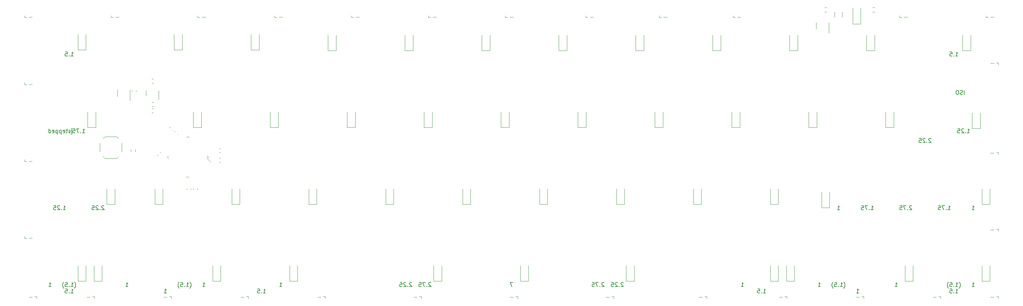
<source format=gbr>
%TF.GenerationSoftware,KiCad,Pcbnew,(7.0.0)*%
%TF.CreationDate,2023-11-21T21:36:59+01:00*%
%TF.ProjectId,forti proto,666f7274-6920-4707-926f-746f2e6b6963,rev?*%
%TF.SameCoordinates,Original*%
%TF.FileFunction,Legend,Bot*%
%TF.FilePolarity,Positive*%
%FSLAX46Y46*%
G04 Gerber Fmt 4.6, Leading zero omitted, Abs format (unit mm)*
G04 Created by KiCad (PCBNEW (7.0.0)) date 2023-11-21 21:36:59*
%MOMM*%
%LPD*%
G01*
G04 APERTURE LIST*
%ADD10C,0.150000*%
%ADD11C,0.120000*%
G04 APERTURE END LIST*
D10*
X41120181Y-62706250D02*
X41120181Y-64293750D01*
X150352082Y-100967380D02*
X149685416Y-100967380D01*
X149685416Y-100967380D02*
X150113987Y-101967380D01*
X249126189Y-82012619D02*
X249078570Y-81965000D01*
X249078570Y-81965000D02*
X248983332Y-81917380D01*
X248983332Y-81917380D02*
X248745237Y-81917380D01*
X248745237Y-81917380D02*
X248649999Y-81965000D01*
X248649999Y-81965000D02*
X248602380Y-82012619D01*
X248602380Y-82012619D02*
X248554761Y-82107857D01*
X248554761Y-82107857D02*
X248554761Y-82203095D01*
X248554761Y-82203095D02*
X248602380Y-82345952D01*
X248602380Y-82345952D02*
X249173808Y-82917380D01*
X249173808Y-82917380D02*
X248554761Y-82917380D01*
X248126189Y-82822142D02*
X248078570Y-82869761D01*
X248078570Y-82869761D02*
X248126189Y-82917380D01*
X248126189Y-82917380D02*
X248173808Y-82869761D01*
X248173808Y-82869761D02*
X248126189Y-82822142D01*
X248126189Y-82822142D02*
X248126189Y-82917380D01*
X247745237Y-81917380D02*
X247078571Y-81917380D01*
X247078571Y-81917380D02*
X247507142Y-82917380D01*
X246221428Y-81917380D02*
X246697618Y-81917380D01*
X246697618Y-81917380D02*
X246745237Y-82393571D01*
X246745237Y-82393571D02*
X246697618Y-82345952D01*
X246697618Y-82345952D02*
X246602380Y-82298333D01*
X246602380Y-82298333D02*
X246364285Y-82298333D01*
X246364285Y-82298333D02*
X246269047Y-82345952D01*
X246269047Y-82345952D02*
X246221428Y-82393571D01*
X246221428Y-82393571D02*
X246173809Y-82488809D01*
X246173809Y-82488809D02*
X246173809Y-82726904D01*
X246173809Y-82726904D02*
X246221428Y-82822142D01*
X246221428Y-82822142D02*
X246269047Y-82869761D01*
X246269047Y-82869761D02*
X246364285Y-82917380D01*
X246364285Y-82917380D02*
X246602380Y-82917380D01*
X246602380Y-82917380D02*
X246697618Y-82869761D01*
X246697618Y-82869761D02*
X246745237Y-82822142D01*
X130063689Y-101062619D02*
X130016070Y-101015000D01*
X130016070Y-101015000D02*
X129920832Y-100967380D01*
X129920832Y-100967380D02*
X129682737Y-100967380D01*
X129682737Y-100967380D02*
X129587499Y-101015000D01*
X129587499Y-101015000D02*
X129539880Y-101062619D01*
X129539880Y-101062619D02*
X129492261Y-101157857D01*
X129492261Y-101157857D02*
X129492261Y-101253095D01*
X129492261Y-101253095D02*
X129539880Y-101395952D01*
X129539880Y-101395952D02*
X130111308Y-101967380D01*
X130111308Y-101967380D02*
X129492261Y-101967380D01*
X129063689Y-101872142D02*
X129016070Y-101919761D01*
X129016070Y-101919761D02*
X129063689Y-101967380D01*
X129063689Y-101967380D02*
X129111308Y-101919761D01*
X129111308Y-101919761D02*
X129063689Y-101872142D01*
X129063689Y-101872142D02*
X129063689Y-101967380D01*
X128682737Y-100967380D02*
X128016071Y-100967380D01*
X128016071Y-100967380D02*
X128444642Y-101967380D01*
X127158928Y-100967380D02*
X127635118Y-100967380D01*
X127635118Y-100967380D02*
X127682737Y-101443571D01*
X127682737Y-101443571D02*
X127635118Y-101395952D01*
X127635118Y-101395952D02*
X127539880Y-101348333D01*
X127539880Y-101348333D02*
X127301785Y-101348333D01*
X127301785Y-101348333D02*
X127206547Y-101395952D01*
X127206547Y-101395952D02*
X127158928Y-101443571D01*
X127158928Y-101443571D02*
X127111309Y-101538809D01*
X127111309Y-101538809D02*
X127111309Y-101776904D01*
X127111309Y-101776904D02*
X127158928Y-101872142D01*
X127158928Y-101872142D02*
X127206547Y-101919761D01*
X127206547Y-101919761D02*
X127301785Y-101967380D01*
X127301785Y-101967380D02*
X127539880Y-101967380D01*
X127539880Y-101967380D02*
X127635118Y-101919761D01*
X127635118Y-101919761D02*
X127682737Y-101872142D01*
X70389583Y-102348333D02*
X70437202Y-102300714D01*
X70437202Y-102300714D02*
X70532440Y-102157857D01*
X70532440Y-102157857D02*
X70580059Y-102062619D01*
X70580059Y-102062619D02*
X70627678Y-101919761D01*
X70627678Y-101919761D02*
X70675297Y-101681666D01*
X70675297Y-101681666D02*
X70675297Y-101491190D01*
X70675297Y-101491190D02*
X70627678Y-101253095D01*
X70627678Y-101253095D02*
X70580059Y-101110238D01*
X70580059Y-101110238D02*
X70532440Y-101015000D01*
X70532440Y-101015000D02*
X70437202Y-100872142D01*
X70437202Y-100872142D02*
X70389583Y-100824523D01*
X69484821Y-101967380D02*
X70056249Y-101967380D01*
X69770535Y-101967380D02*
X69770535Y-100967380D01*
X69770535Y-100967380D02*
X69865773Y-101110238D01*
X69865773Y-101110238D02*
X69961011Y-101205476D01*
X69961011Y-101205476D02*
X70056249Y-101253095D01*
X69056249Y-101872142D02*
X69008630Y-101919761D01*
X69008630Y-101919761D02*
X69056249Y-101967380D01*
X69056249Y-101967380D02*
X69103868Y-101919761D01*
X69103868Y-101919761D02*
X69056249Y-101872142D01*
X69056249Y-101872142D02*
X69056249Y-101967380D01*
X68103869Y-100967380D02*
X68580059Y-100967380D01*
X68580059Y-100967380D02*
X68627678Y-101443571D01*
X68627678Y-101443571D02*
X68580059Y-101395952D01*
X68580059Y-101395952D02*
X68484821Y-101348333D01*
X68484821Y-101348333D02*
X68246726Y-101348333D01*
X68246726Y-101348333D02*
X68151488Y-101395952D01*
X68151488Y-101395952D02*
X68103869Y-101443571D01*
X68103869Y-101443571D02*
X68056250Y-101538809D01*
X68056250Y-101538809D02*
X68056250Y-101776904D01*
X68056250Y-101776904D02*
X68103869Y-101872142D01*
X68103869Y-101872142D02*
X68151488Y-101919761D01*
X68151488Y-101919761D02*
X68246726Y-101967380D01*
X68246726Y-101967380D02*
X68484821Y-101967380D01*
X68484821Y-101967380D02*
X68580059Y-101919761D01*
X68580059Y-101919761D02*
X68627678Y-101872142D01*
X67722916Y-102348333D02*
X67675297Y-102300714D01*
X67675297Y-102300714D02*
X67580059Y-102157857D01*
X67580059Y-102157857D02*
X67532440Y-102062619D01*
X67532440Y-102062619D02*
X67484821Y-101919761D01*
X67484821Y-101919761D02*
X67437202Y-101681666D01*
X67437202Y-101681666D02*
X67437202Y-101491190D01*
X67437202Y-101491190D02*
X67484821Y-101253095D01*
X67484821Y-101253095D02*
X67532440Y-101110238D01*
X67532440Y-101110238D02*
X67580059Y-101015000D01*
X67580059Y-101015000D02*
X67675297Y-100872142D01*
X67675297Y-100872142D02*
X67722916Y-100824523D01*
X41814583Y-102348333D02*
X41862202Y-102300714D01*
X41862202Y-102300714D02*
X41957440Y-102157857D01*
X41957440Y-102157857D02*
X42005059Y-102062619D01*
X42005059Y-102062619D02*
X42052678Y-101919761D01*
X42052678Y-101919761D02*
X42100297Y-101681666D01*
X42100297Y-101681666D02*
X42100297Y-101491190D01*
X42100297Y-101491190D02*
X42052678Y-101253095D01*
X42052678Y-101253095D02*
X42005059Y-101110238D01*
X42005059Y-101110238D02*
X41957440Y-101015000D01*
X41957440Y-101015000D02*
X41862202Y-100872142D01*
X41862202Y-100872142D02*
X41814583Y-100824523D01*
X40909821Y-101967380D02*
X41481249Y-101967380D01*
X41195535Y-101967380D02*
X41195535Y-100967380D01*
X41195535Y-100967380D02*
X41290773Y-101110238D01*
X41290773Y-101110238D02*
X41386011Y-101205476D01*
X41386011Y-101205476D02*
X41481249Y-101253095D01*
X40481249Y-101872142D02*
X40433630Y-101919761D01*
X40433630Y-101919761D02*
X40481249Y-101967380D01*
X40481249Y-101967380D02*
X40528868Y-101919761D01*
X40528868Y-101919761D02*
X40481249Y-101872142D01*
X40481249Y-101872142D02*
X40481249Y-101967380D01*
X39528869Y-100967380D02*
X40005059Y-100967380D01*
X40005059Y-100967380D02*
X40052678Y-101443571D01*
X40052678Y-101443571D02*
X40005059Y-101395952D01*
X40005059Y-101395952D02*
X39909821Y-101348333D01*
X39909821Y-101348333D02*
X39671726Y-101348333D01*
X39671726Y-101348333D02*
X39576488Y-101395952D01*
X39576488Y-101395952D02*
X39528869Y-101443571D01*
X39528869Y-101443571D02*
X39481250Y-101538809D01*
X39481250Y-101538809D02*
X39481250Y-101776904D01*
X39481250Y-101776904D02*
X39528869Y-101872142D01*
X39528869Y-101872142D02*
X39576488Y-101919761D01*
X39576488Y-101919761D02*
X39671726Y-101967380D01*
X39671726Y-101967380D02*
X39909821Y-101967380D01*
X39909821Y-101967380D02*
X40005059Y-101919761D01*
X40005059Y-101919761D02*
X40052678Y-101872142D01*
X39147916Y-102348333D02*
X39100297Y-102300714D01*
X39100297Y-102300714D02*
X39005059Y-102157857D01*
X39005059Y-102157857D02*
X38957440Y-102062619D01*
X38957440Y-102062619D02*
X38909821Y-101919761D01*
X38909821Y-101919761D02*
X38862202Y-101681666D01*
X38862202Y-101681666D02*
X38862202Y-101491190D01*
X38862202Y-101491190D02*
X38909821Y-101253095D01*
X38909821Y-101253095D02*
X38957440Y-101110238D01*
X38957440Y-101110238D02*
X39005059Y-101015000D01*
X39005059Y-101015000D02*
X39100297Y-100872142D01*
X39100297Y-100872142D02*
X39147916Y-100824523D01*
X264033035Y-101967380D02*
X264604463Y-101967380D01*
X264318749Y-101967380D02*
X264318749Y-100967380D01*
X264318749Y-100967380D02*
X264413987Y-101110238D01*
X264413987Y-101110238D02*
X264509225Y-101205476D01*
X264509225Y-101205476D02*
X264604463Y-101253095D01*
X260889583Y-102348333D02*
X260937202Y-102300714D01*
X260937202Y-102300714D02*
X261032440Y-102157857D01*
X261032440Y-102157857D02*
X261080059Y-102062619D01*
X261080059Y-102062619D02*
X261127678Y-101919761D01*
X261127678Y-101919761D02*
X261175297Y-101681666D01*
X261175297Y-101681666D02*
X261175297Y-101491190D01*
X261175297Y-101491190D02*
X261127678Y-101253095D01*
X261127678Y-101253095D02*
X261080059Y-101110238D01*
X261080059Y-101110238D02*
X261032440Y-101015000D01*
X261032440Y-101015000D02*
X260937202Y-100872142D01*
X260937202Y-100872142D02*
X260889583Y-100824523D01*
X259984821Y-101967380D02*
X260556249Y-101967380D01*
X260270535Y-101967380D02*
X260270535Y-100967380D01*
X260270535Y-100967380D02*
X260365773Y-101110238D01*
X260365773Y-101110238D02*
X260461011Y-101205476D01*
X260461011Y-101205476D02*
X260556249Y-101253095D01*
X259556249Y-101872142D02*
X259508630Y-101919761D01*
X259508630Y-101919761D02*
X259556249Y-101967380D01*
X259556249Y-101967380D02*
X259603868Y-101919761D01*
X259603868Y-101919761D02*
X259556249Y-101872142D01*
X259556249Y-101872142D02*
X259556249Y-101967380D01*
X258603869Y-100967380D02*
X259080059Y-100967380D01*
X259080059Y-100967380D02*
X259127678Y-101443571D01*
X259127678Y-101443571D02*
X259080059Y-101395952D01*
X259080059Y-101395952D02*
X258984821Y-101348333D01*
X258984821Y-101348333D02*
X258746726Y-101348333D01*
X258746726Y-101348333D02*
X258651488Y-101395952D01*
X258651488Y-101395952D02*
X258603869Y-101443571D01*
X258603869Y-101443571D02*
X258556250Y-101538809D01*
X258556250Y-101538809D02*
X258556250Y-101776904D01*
X258556250Y-101776904D02*
X258603869Y-101872142D01*
X258603869Y-101872142D02*
X258651488Y-101919761D01*
X258651488Y-101919761D02*
X258746726Y-101967380D01*
X258746726Y-101967380D02*
X258984821Y-101967380D01*
X258984821Y-101967380D02*
X259080059Y-101919761D01*
X259080059Y-101919761D02*
X259127678Y-101872142D01*
X258222916Y-102348333D02*
X258175297Y-102300714D01*
X258175297Y-102300714D02*
X258080059Y-102157857D01*
X258080059Y-102157857D02*
X258032440Y-102062619D01*
X258032440Y-102062619D02*
X257984821Y-101919761D01*
X257984821Y-101919761D02*
X257937202Y-101681666D01*
X257937202Y-101681666D02*
X257937202Y-101491190D01*
X257937202Y-101491190D02*
X257984821Y-101253095D01*
X257984821Y-101253095D02*
X258032440Y-101110238D01*
X258032440Y-101110238D02*
X258080059Y-101015000D01*
X258080059Y-101015000D02*
X258175297Y-100872142D01*
X258175297Y-100872142D02*
X258222916Y-100824523D01*
X49101189Y-82012619D02*
X49053570Y-81965000D01*
X49053570Y-81965000D02*
X48958332Y-81917380D01*
X48958332Y-81917380D02*
X48720237Y-81917380D01*
X48720237Y-81917380D02*
X48624999Y-81965000D01*
X48624999Y-81965000D02*
X48577380Y-82012619D01*
X48577380Y-82012619D02*
X48529761Y-82107857D01*
X48529761Y-82107857D02*
X48529761Y-82203095D01*
X48529761Y-82203095D02*
X48577380Y-82345952D01*
X48577380Y-82345952D02*
X49148808Y-82917380D01*
X49148808Y-82917380D02*
X48529761Y-82917380D01*
X48101189Y-82822142D02*
X48053570Y-82869761D01*
X48053570Y-82869761D02*
X48101189Y-82917380D01*
X48101189Y-82917380D02*
X48148808Y-82869761D01*
X48148808Y-82869761D02*
X48101189Y-82822142D01*
X48101189Y-82822142D02*
X48101189Y-82917380D01*
X47672618Y-82012619D02*
X47624999Y-81965000D01*
X47624999Y-81965000D02*
X47529761Y-81917380D01*
X47529761Y-81917380D02*
X47291666Y-81917380D01*
X47291666Y-81917380D02*
X47196428Y-81965000D01*
X47196428Y-81965000D02*
X47148809Y-82012619D01*
X47148809Y-82012619D02*
X47101190Y-82107857D01*
X47101190Y-82107857D02*
X47101190Y-82203095D01*
X47101190Y-82203095D02*
X47148809Y-82345952D01*
X47148809Y-82345952D02*
X47720237Y-82917380D01*
X47720237Y-82917380D02*
X47101190Y-82917380D01*
X46196428Y-81917380D02*
X46672618Y-81917380D01*
X46672618Y-81917380D02*
X46720237Y-82393571D01*
X46720237Y-82393571D02*
X46672618Y-82345952D01*
X46672618Y-82345952D02*
X46577380Y-82298333D01*
X46577380Y-82298333D02*
X46339285Y-82298333D01*
X46339285Y-82298333D02*
X46244047Y-82345952D01*
X46244047Y-82345952D02*
X46196428Y-82393571D01*
X46196428Y-82393571D02*
X46148809Y-82488809D01*
X46148809Y-82488809D02*
X46148809Y-82726904D01*
X46148809Y-82726904D02*
X46196428Y-82822142D01*
X46196428Y-82822142D02*
X46244047Y-82869761D01*
X46244047Y-82869761D02*
X46339285Y-82917380D01*
X46339285Y-82917380D02*
X46577380Y-82917380D01*
X46577380Y-82917380D02*
X46672618Y-82869761D01*
X46672618Y-82869761D02*
X46720237Y-82822142D01*
X35433035Y-101967380D02*
X36004463Y-101967380D01*
X35718749Y-101967380D02*
X35718749Y-100967380D01*
X35718749Y-100967380D02*
X35813987Y-101110238D01*
X35813987Y-101110238D02*
X35909225Y-101205476D01*
X35909225Y-101205476D02*
X36004463Y-101253095D01*
X125301189Y-101062619D02*
X125253570Y-101015000D01*
X125253570Y-101015000D02*
X125158332Y-100967380D01*
X125158332Y-100967380D02*
X124920237Y-100967380D01*
X124920237Y-100967380D02*
X124824999Y-101015000D01*
X124824999Y-101015000D02*
X124777380Y-101062619D01*
X124777380Y-101062619D02*
X124729761Y-101157857D01*
X124729761Y-101157857D02*
X124729761Y-101253095D01*
X124729761Y-101253095D02*
X124777380Y-101395952D01*
X124777380Y-101395952D02*
X125348808Y-101967380D01*
X125348808Y-101967380D02*
X124729761Y-101967380D01*
X124301189Y-101872142D02*
X124253570Y-101919761D01*
X124253570Y-101919761D02*
X124301189Y-101967380D01*
X124301189Y-101967380D02*
X124348808Y-101919761D01*
X124348808Y-101919761D02*
X124301189Y-101872142D01*
X124301189Y-101872142D02*
X124301189Y-101967380D01*
X123872618Y-101062619D02*
X123824999Y-101015000D01*
X123824999Y-101015000D02*
X123729761Y-100967380D01*
X123729761Y-100967380D02*
X123491666Y-100967380D01*
X123491666Y-100967380D02*
X123396428Y-101015000D01*
X123396428Y-101015000D02*
X123348809Y-101062619D01*
X123348809Y-101062619D02*
X123301190Y-101157857D01*
X123301190Y-101157857D02*
X123301190Y-101253095D01*
X123301190Y-101253095D02*
X123348809Y-101395952D01*
X123348809Y-101395952D02*
X123920237Y-101967380D01*
X123920237Y-101967380D02*
X123301190Y-101967380D01*
X122396428Y-100967380D02*
X122872618Y-100967380D01*
X122872618Y-100967380D02*
X122920237Y-101443571D01*
X122920237Y-101443571D02*
X122872618Y-101395952D01*
X122872618Y-101395952D02*
X122777380Y-101348333D01*
X122777380Y-101348333D02*
X122539285Y-101348333D01*
X122539285Y-101348333D02*
X122444047Y-101395952D01*
X122444047Y-101395952D02*
X122396428Y-101443571D01*
X122396428Y-101443571D02*
X122348809Y-101538809D01*
X122348809Y-101538809D02*
X122348809Y-101776904D01*
X122348809Y-101776904D02*
X122396428Y-101872142D01*
X122396428Y-101872142D02*
X122444047Y-101919761D01*
X122444047Y-101919761D02*
X122539285Y-101967380D01*
X122539285Y-101967380D02*
X122777380Y-101967380D01*
X122777380Y-101967380D02*
X122872618Y-101919761D01*
X122872618Y-101919761D02*
X122920237Y-101872142D01*
X262143749Y-54342380D02*
X262143749Y-53342380D01*
X261715178Y-54294761D02*
X261572321Y-54342380D01*
X261572321Y-54342380D02*
X261334226Y-54342380D01*
X261334226Y-54342380D02*
X261238988Y-54294761D01*
X261238988Y-54294761D02*
X261191369Y-54247142D01*
X261191369Y-54247142D02*
X261143750Y-54151904D01*
X261143750Y-54151904D02*
X261143750Y-54056666D01*
X261143750Y-54056666D02*
X261191369Y-53961428D01*
X261191369Y-53961428D02*
X261238988Y-53913809D01*
X261238988Y-53913809D02*
X261334226Y-53866190D01*
X261334226Y-53866190D02*
X261524702Y-53818571D01*
X261524702Y-53818571D02*
X261619940Y-53770952D01*
X261619940Y-53770952D02*
X261667559Y-53723333D01*
X261667559Y-53723333D02*
X261715178Y-53628095D01*
X261715178Y-53628095D02*
X261715178Y-53532857D01*
X261715178Y-53532857D02*
X261667559Y-53437619D01*
X261667559Y-53437619D02*
X261619940Y-53390000D01*
X261619940Y-53390000D02*
X261524702Y-53342380D01*
X261524702Y-53342380D02*
X261286607Y-53342380D01*
X261286607Y-53342380D02*
X261143750Y-53390000D01*
X260524702Y-53342380D02*
X260334226Y-53342380D01*
X260334226Y-53342380D02*
X260238988Y-53390000D01*
X260238988Y-53390000D02*
X260143750Y-53485238D01*
X260143750Y-53485238D02*
X260096131Y-53675714D01*
X260096131Y-53675714D02*
X260096131Y-54009047D01*
X260096131Y-54009047D02*
X260143750Y-54199523D01*
X260143750Y-54199523D02*
X260238988Y-54294761D01*
X260238988Y-54294761D02*
X260334226Y-54342380D01*
X260334226Y-54342380D02*
X260524702Y-54342380D01*
X260524702Y-54342380D02*
X260619940Y-54294761D01*
X260619940Y-54294761D02*
X260715178Y-54199523D01*
X260715178Y-54199523D02*
X260762797Y-54009047D01*
X260762797Y-54009047D02*
X260762797Y-53675714D01*
X260762797Y-53675714D02*
X260715178Y-53485238D01*
X260715178Y-53485238D02*
X260619940Y-53390000D01*
X260619940Y-53390000D02*
X260524702Y-53342380D01*
X39004761Y-82917380D02*
X39576189Y-82917380D01*
X39290475Y-82917380D02*
X39290475Y-81917380D01*
X39290475Y-81917380D02*
X39385713Y-82060238D01*
X39385713Y-82060238D02*
X39480951Y-82155476D01*
X39480951Y-82155476D02*
X39576189Y-82203095D01*
X38576189Y-82822142D02*
X38528570Y-82869761D01*
X38528570Y-82869761D02*
X38576189Y-82917380D01*
X38576189Y-82917380D02*
X38623808Y-82869761D01*
X38623808Y-82869761D02*
X38576189Y-82822142D01*
X38576189Y-82822142D02*
X38576189Y-82917380D01*
X38147618Y-82012619D02*
X38099999Y-81965000D01*
X38099999Y-81965000D02*
X38004761Y-81917380D01*
X38004761Y-81917380D02*
X37766666Y-81917380D01*
X37766666Y-81917380D02*
X37671428Y-81965000D01*
X37671428Y-81965000D02*
X37623809Y-82012619D01*
X37623809Y-82012619D02*
X37576190Y-82107857D01*
X37576190Y-82107857D02*
X37576190Y-82203095D01*
X37576190Y-82203095D02*
X37623809Y-82345952D01*
X37623809Y-82345952D02*
X38195237Y-82917380D01*
X38195237Y-82917380D02*
X37576190Y-82917380D01*
X36671428Y-81917380D02*
X37147618Y-81917380D01*
X37147618Y-81917380D02*
X37195237Y-82393571D01*
X37195237Y-82393571D02*
X37147618Y-82345952D01*
X37147618Y-82345952D02*
X37052380Y-82298333D01*
X37052380Y-82298333D02*
X36814285Y-82298333D01*
X36814285Y-82298333D02*
X36719047Y-82345952D01*
X36719047Y-82345952D02*
X36671428Y-82393571D01*
X36671428Y-82393571D02*
X36623809Y-82488809D01*
X36623809Y-82488809D02*
X36623809Y-82726904D01*
X36623809Y-82726904D02*
X36671428Y-82822142D01*
X36671428Y-82822142D02*
X36719047Y-82869761D01*
X36719047Y-82869761D02*
X36814285Y-82917380D01*
X36814285Y-82917380D02*
X37052380Y-82917380D01*
X37052380Y-82917380D02*
X37147618Y-82869761D01*
X37147618Y-82869761D02*
X37195237Y-82822142D01*
X232314583Y-102348333D02*
X232362202Y-102300714D01*
X232362202Y-102300714D02*
X232457440Y-102157857D01*
X232457440Y-102157857D02*
X232505059Y-102062619D01*
X232505059Y-102062619D02*
X232552678Y-101919761D01*
X232552678Y-101919761D02*
X232600297Y-101681666D01*
X232600297Y-101681666D02*
X232600297Y-101491190D01*
X232600297Y-101491190D02*
X232552678Y-101253095D01*
X232552678Y-101253095D02*
X232505059Y-101110238D01*
X232505059Y-101110238D02*
X232457440Y-101015000D01*
X232457440Y-101015000D02*
X232362202Y-100872142D01*
X232362202Y-100872142D02*
X232314583Y-100824523D01*
X231409821Y-101967380D02*
X231981249Y-101967380D01*
X231695535Y-101967380D02*
X231695535Y-100967380D01*
X231695535Y-100967380D02*
X231790773Y-101110238D01*
X231790773Y-101110238D02*
X231886011Y-101205476D01*
X231886011Y-101205476D02*
X231981249Y-101253095D01*
X230981249Y-101872142D02*
X230933630Y-101919761D01*
X230933630Y-101919761D02*
X230981249Y-101967380D01*
X230981249Y-101967380D02*
X231028868Y-101919761D01*
X231028868Y-101919761D02*
X230981249Y-101872142D01*
X230981249Y-101872142D02*
X230981249Y-101967380D01*
X230028869Y-100967380D02*
X230505059Y-100967380D01*
X230505059Y-100967380D02*
X230552678Y-101443571D01*
X230552678Y-101443571D02*
X230505059Y-101395952D01*
X230505059Y-101395952D02*
X230409821Y-101348333D01*
X230409821Y-101348333D02*
X230171726Y-101348333D01*
X230171726Y-101348333D02*
X230076488Y-101395952D01*
X230076488Y-101395952D02*
X230028869Y-101443571D01*
X230028869Y-101443571D02*
X229981250Y-101538809D01*
X229981250Y-101538809D02*
X229981250Y-101776904D01*
X229981250Y-101776904D02*
X230028869Y-101872142D01*
X230028869Y-101872142D02*
X230076488Y-101919761D01*
X230076488Y-101919761D02*
X230171726Y-101967380D01*
X230171726Y-101967380D02*
X230409821Y-101967380D01*
X230409821Y-101967380D02*
X230505059Y-101919761D01*
X230505059Y-101919761D02*
X230552678Y-101872142D01*
X229647916Y-102348333D02*
X229600297Y-102300714D01*
X229600297Y-102300714D02*
X229505059Y-102157857D01*
X229505059Y-102157857D02*
X229457440Y-102062619D01*
X229457440Y-102062619D02*
X229409821Y-101919761D01*
X229409821Y-101919761D02*
X229362202Y-101681666D01*
X229362202Y-101681666D02*
X229362202Y-101491190D01*
X229362202Y-101491190D02*
X229409821Y-101253095D01*
X229409821Y-101253095D02*
X229457440Y-101110238D01*
X229457440Y-101110238D02*
X229505059Y-101015000D01*
X229505059Y-101015000D02*
X229600297Y-100872142D01*
X229600297Y-100872142D02*
X229647916Y-100824523D01*
X88534821Y-103554880D02*
X89106249Y-103554880D01*
X88820535Y-103554880D02*
X88820535Y-102554880D01*
X88820535Y-102554880D02*
X88915773Y-102697738D01*
X88915773Y-102697738D02*
X89011011Y-102792976D01*
X89011011Y-102792976D02*
X89106249Y-102840595D01*
X88106249Y-103459642D02*
X88058630Y-103507261D01*
X88058630Y-103507261D02*
X88106249Y-103554880D01*
X88106249Y-103554880D02*
X88153868Y-103507261D01*
X88153868Y-103507261D02*
X88106249Y-103459642D01*
X88106249Y-103459642D02*
X88106249Y-103554880D01*
X87153869Y-102554880D02*
X87630059Y-102554880D01*
X87630059Y-102554880D02*
X87677678Y-103031071D01*
X87677678Y-103031071D02*
X87630059Y-102983452D01*
X87630059Y-102983452D02*
X87534821Y-102935833D01*
X87534821Y-102935833D02*
X87296726Y-102935833D01*
X87296726Y-102935833D02*
X87201488Y-102983452D01*
X87201488Y-102983452D02*
X87153869Y-103031071D01*
X87153869Y-103031071D02*
X87106250Y-103126309D01*
X87106250Y-103126309D02*
X87106250Y-103364404D01*
X87106250Y-103364404D02*
X87153869Y-103459642D01*
X87153869Y-103459642D02*
X87201488Y-103507261D01*
X87201488Y-103507261D02*
X87296726Y-103554880D01*
X87296726Y-103554880D02*
X87534821Y-103554880D01*
X87534821Y-103554880D02*
X87630059Y-103507261D01*
X87630059Y-103507261D02*
X87677678Y-103459642D01*
X172926189Y-101062619D02*
X172878570Y-101015000D01*
X172878570Y-101015000D02*
X172783332Y-100967380D01*
X172783332Y-100967380D02*
X172545237Y-100967380D01*
X172545237Y-100967380D02*
X172449999Y-101015000D01*
X172449999Y-101015000D02*
X172402380Y-101062619D01*
X172402380Y-101062619D02*
X172354761Y-101157857D01*
X172354761Y-101157857D02*
X172354761Y-101253095D01*
X172354761Y-101253095D02*
X172402380Y-101395952D01*
X172402380Y-101395952D02*
X172973808Y-101967380D01*
X172973808Y-101967380D02*
X172354761Y-101967380D01*
X171926189Y-101872142D02*
X171878570Y-101919761D01*
X171878570Y-101919761D02*
X171926189Y-101967380D01*
X171926189Y-101967380D02*
X171973808Y-101919761D01*
X171973808Y-101919761D02*
X171926189Y-101872142D01*
X171926189Y-101872142D02*
X171926189Y-101967380D01*
X171545237Y-100967380D02*
X170878571Y-100967380D01*
X170878571Y-100967380D02*
X171307142Y-101967380D01*
X170021428Y-100967380D02*
X170497618Y-100967380D01*
X170497618Y-100967380D02*
X170545237Y-101443571D01*
X170545237Y-101443571D02*
X170497618Y-101395952D01*
X170497618Y-101395952D02*
X170402380Y-101348333D01*
X170402380Y-101348333D02*
X170164285Y-101348333D01*
X170164285Y-101348333D02*
X170069047Y-101395952D01*
X170069047Y-101395952D02*
X170021428Y-101443571D01*
X170021428Y-101443571D02*
X169973809Y-101538809D01*
X169973809Y-101538809D02*
X169973809Y-101776904D01*
X169973809Y-101776904D02*
X170021428Y-101872142D01*
X170021428Y-101872142D02*
X170069047Y-101919761D01*
X170069047Y-101919761D02*
X170164285Y-101967380D01*
X170164285Y-101967380D02*
X170402380Y-101967380D01*
X170402380Y-101967380D02*
X170497618Y-101919761D01*
X170497618Y-101919761D02*
X170545237Y-101872142D01*
X230695535Y-82917380D02*
X231266963Y-82917380D01*
X230981249Y-82917380D02*
X230981249Y-81917380D01*
X230981249Y-81917380D02*
X231076487Y-82060238D01*
X231076487Y-82060238D02*
X231171725Y-82155476D01*
X231171725Y-82155476D02*
X231266963Y-82203095D01*
X264033035Y-82917380D02*
X264604463Y-82917380D01*
X264318749Y-82917380D02*
X264318749Y-81917380D01*
X264318749Y-81917380D02*
X264413987Y-82060238D01*
X264413987Y-82060238D02*
X264509225Y-82155476D01*
X264509225Y-82155476D02*
X264604463Y-82203095D01*
X259984821Y-103554880D02*
X260556249Y-103554880D01*
X260270535Y-103554880D02*
X260270535Y-102554880D01*
X260270535Y-102554880D02*
X260365773Y-102697738D01*
X260365773Y-102697738D02*
X260461011Y-102792976D01*
X260461011Y-102792976D02*
X260556249Y-102840595D01*
X259556249Y-103459642D02*
X259508630Y-103507261D01*
X259508630Y-103507261D02*
X259556249Y-103554880D01*
X259556249Y-103554880D02*
X259603868Y-103507261D01*
X259603868Y-103507261D02*
X259556249Y-103459642D01*
X259556249Y-103459642D02*
X259556249Y-103554880D01*
X258603869Y-102554880D02*
X259080059Y-102554880D01*
X259080059Y-102554880D02*
X259127678Y-103031071D01*
X259127678Y-103031071D02*
X259080059Y-102983452D01*
X259080059Y-102983452D02*
X258984821Y-102935833D01*
X258984821Y-102935833D02*
X258746726Y-102935833D01*
X258746726Y-102935833D02*
X258651488Y-102983452D01*
X258651488Y-102983452D02*
X258603869Y-103031071D01*
X258603869Y-103031071D02*
X258556250Y-103126309D01*
X258556250Y-103126309D02*
X258556250Y-103364404D01*
X258556250Y-103364404D02*
X258603869Y-103459642D01*
X258603869Y-103459642D02*
X258651488Y-103507261D01*
X258651488Y-103507261D02*
X258746726Y-103554880D01*
X258746726Y-103554880D02*
X258984821Y-103554880D01*
X258984821Y-103554880D02*
X259080059Y-103507261D01*
X259080059Y-103507261D02*
X259127678Y-103459642D01*
X258079761Y-82917380D02*
X258651189Y-82917380D01*
X258365475Y-82917380D02*
X258365475Y-81917380D01*
X258365475Y-81917380D02*
X258460713Y-82060238D01*
X258460713Y-82060238D02*
X258555951Y-82155476D01*
X258555951Y-82155476D02*
X258651189Y-82203095D01*
X257651189Y-82822142D02*
X257603570Y-82869761D01*
X257603570Y-82869761D02*
X257651189Y-82917380D01*
X257651189Y-82917380D02*
X257698808Y-82869761D01*
X257698808Y-82869761D02*
X257651189Y-82822142D01*
X257651189Y-82822142D02*
X257651189Y-82917380D01*
X257270237Y-81917380D02*
X256603571Y-81917380D01*
X256603571Y-81917380D02*
X257032142Y-82917380D01*
X255746428Y-81917380D02*
X256222618Y-81917380D01*
X256222618Y-81917380D02*
X256270237Y-82393571D01*
X256270237Y-82393571D02*
X256222618Y-82345952D01*
X256222618Y-82345952D02*
X256127380Y-82298333D01*
X256127380Y-82298333D02*
X255889285Y-82298333D01*
X255889285Y-82298333D02*
X255794047Y-82345952D01*
X255794047Y-82345952D02*
X255746428Y-82393571D01*
X255746428Y-82393571D02*
X255698809Y-82488809D01*
X255698809Y-82488809D02*
X255698809Y-82726904D01*
X255698809Y-82726904D02*
X255746428Y-82822142D01*
X255746428Y-82822142D02*
X255794047Y-82869761D01*
X255794047Y-82869761D02*
X255889285Y-82917380D01*
X255889285Y-82917380D02*
X256127380Y-82917380D01*
X256127380Y-82917380D02*
X256222618Y-82869761D01*
X256222618Y-82869761D02*
X256270237Y-82822142D01*
X235458035Y-103554880D02*
X236029463Y-103554880D01*
X235743749Y-103554880D02*
X235743749Y-102554880D01*
X235743749Y-102554880D02*
X235838987Y-102697738D01*
X235838987Y-102697738D02*
X235934225Y-102792976D01*
X235934225Y-102792976D02*
X236029463Y-102840595D01*
X239029761Y-82917380D02*
X239601189Y-82917380D01*
X239315475Y-82917380D02*
X239315475Y-81917380D01*
X239315475Y-81917380D02*
X239410713Y-82060238D01*
X239410713Y-82060238D02*
X239505951Y-82155476D01*
X239505951Y-82155476D02*
X239601189Y-82203095D01*
X238601189Y-82822142D02*
X238553570Y-82869761D01*
X238553570Y-82869761D02*
X238601189Y-82917380D01*
X238601189Y-82917380D02*
X238648808Y-82869761D01*
X238648808Y-82869761D02*
X238601189Y-82822142D01*
X238601189Y-82822142D02*
X238601189Y-82917380D01*
X238220237Y-81917380D02*
X237553571Y-81917380D01*
X237553571Y-81917380D02*
X237982142Y-82917380D01*
X236696428Y-81917380D02*
X237172618Y-81917380D01*
X237172618Y-81917380D02*
X237220237Y-82393571D01*
X237220237Y-82393571D02*
X237172618Y-82345952D01*
X237172618Y-82345952D02*
X237077380Y-82298333D01*
X237077380Y-82298333D02*
X236839285Y-82298333D01*
X236839285Y-82298333D02*
X236744047Y-82345952D01*
X236744047Y-82345952D02*
X236696428Y-82393571D01*
X236696428Y-82393571D02*
X236648809Y-82488809D01*
X236648809Y-82488809D02*
X236648809Y-82726904D01*
X236648809Y-82726904D02*
X236696428Y-82822142D01*
X236696428Y-82822142D02*
X236744047Y-82869761D01*
X236744047Y-82869761D02*
X236839285Y-82917380D01*
X236839285Y-82917380D02*
X237077380Y-82917380D01*
X237077380Y-82917380D02*
X237172618Y-82869761D01*
X237172618Y-82869761D02*
X237220237Y-82822142D01*
X206883035Y-101967380D02*
X207454463Y-101967380D01*
X207168749Y-101967380D02*
X207168749Y-100967380D01*
X207168749Y-100967380D02*
X207263987Y-101110238D01*
X207263987Y-101110238D02*
X207359225Y-101205476D01*
X207359225Y-101205476D02*
X207454463Y-101253095D01*
X43767261Y-63867380D02*
X44338689Y-63867380D01*
X44052975Y-63867380D02*
X44052975Y-62867380D01*
X44052975Y-62867380D02*
X44148213Y-63010238D01*
X44148213Y-63010238D02*
X44243451Y-63105476D01*
X44243451Y-63105476D02*
X44338689Y-63153095D01*
X43338689Y-63772142D02*
X43291070Y-63819761D01*
X43291070Y-63819761D02*
X43338689Y-63867380D01*
X43338689Y-63867380D02*
X43386308Y-63819761D01*
X43386308Y-63819761D02*
X43338689Y-63772142D01*
X43338689Y-63772142D02*
X43338689Y-63867380D01*
X42957737Y-62867380D02*
X42291071Y-62867380D01*
X42291071Y-62867380D02*
X42719642Y-63867380D01*
X41433928Y-62867380D02*
X41910118Y-62867380D01*
X41910118Y-62867380D02*
X41957737Y-63343571D01*
X41957737Y-63343571D02*
X41910118Y-63295952D01*
X41910118Y-63295952D02*
X41814880Y-63248333D01*
X41814880Y-63248333D02*
X41576785Y-63248333D01*
X41576785Y-63248333D02*
X41481547Y-63295952D01*
X41481547Y-63295952D02*
X41433928Y-63343571D01*
X41433928Y-63343571D02*
X41386309Y-63438809D01*
X41386309Y-63438809D02*
X41386309Y-63676904D01*
X41386309Y-63676904D02*
X41433928Y-63772142D01*
X41433928Y-63772142D02*
X41481547Y-63819761D01*
X41481547Y-63819761D02*
X41576785Y-63867380D01*
X41576785Y-63867380D02*
X41814880Y-63867380D01*
X41814880Y-63867380D02*
X41910118Y-63819761D01*
X41910118Y-63819761D02*
X41957737Y-63772142D01*
X225933035Y-101967380D02*
X226504463Y-101967380D01*
X226218749Y-101967380D02*
X226218749Y-100967380D01*
X226218749Y-100967380D02*
X226313987Y-101110238D01*
X226313987Y-101110238D02*
X226409225Y-101205476D01*
X226409225Y-101205476D02*
X226504463Y-101253095D01*
X212359821Y-103554880D02*
X212931249Y-103554880D01*
X212645535Y-103554880D02*
X212645535Y-102554880D01*
X212645535Y-102554880D02*
X212740773Y-102697738D01*
X212740773Y-102697738D02*
X212836011Y-102792976D01*
X212836011Y-102792976D02*
X212931249Y-102840595D01*
X211931249Y-103459642D02*
X211883630Y-103507261D01*
X211883630Y-103507261D02*
X211931249Y-103554880D01*
X211931249Y-103554880D02*
X211978868Y-103507261D01*
X211978868Y-103507261D02*
X211931249Y-103459642D01*
X211931249Y-103459642D02*
X211931249Y-103554880D01*
X210978869Y-102554880D02*
X211455059Y-102554880D01*
X211455059Y-102554880D02*
X211502678Y-103031071D01*
X211502678Y-103031071D02*
X211455059Y-102983452D01*
X211455059Y-102983452D02*
X211359821Y-102935833D01*
X211359821Y-102935833D02*
X211121726Y-102935833D01*
X211121726Y-102935833D02*
X211026488Y-102983452D01*
X211026488Y-102983452D02*
X210978869Y-103031071D01*
X210978869Y-103031071D02*
X210931250Y-103126309D01*
X210931250Y-103126309D02*
X210931250Y-103364404D01*
X210931250Y-103364404D02*
X210978869Y-103459642D01*
X210978869Y-103459642D02*
X211026488Y-103507261D01*
X211026488Y-103507261D02*
X211121726Y-103554880D01*
X211121726Y-103554880D02*
X211359821Y-103554880D01*
X211359821Y-103554880D02*
X211455059Y-103507261D01*
X211455059Y-103507261D02*
X211502678Y-103459642D01*
X64008035Y-103554880D02*
X64579463Y-103554880D01*
X64293749Y-103554880D02*
X64293749Y-102554880D01*
X64293749Y-102554880D02*
X64388987Y-102697738D01*
X64388987Y-102697738D02*
X64484225Y-102792976D01*
X64484225Y-102792976D02*
X64579463Y-102840595D01*
X262842261Y-63867380D02*
X263413689Y-63867380D01*
X263127975Y-63867380D02*
X263127975Y-62867380D01*
X263127975Y-62867380D02*
X263223213Y-63010238D01*
X263223213Y-63010238D02*
X263318451Y-63105476D01*
X263318451Y-63105476D02*
X263413689Y-63153095D01*
X262413689Y-63772142D02*
X262366070Y-63819761D01*
X262366070Y-63819761D02*
X262413689Y-63867380D01*
X262413689Y-63867380D02*
X262461308Y-63819761D01*
X262461308Y-63819761D02*
X262413689Y-63772142D01*
X262413689Y-63772142D02*
X262413689Y-63867380D01*
X261985118Y-62962619D02*
X261937499Y-62915000D01*
X261937499Y-62915000D02*
X261842261Y-62867380D01*
X261842261Y-62867380D02*
X261604166Y-62867380D01*
X261604166Y-62867380D02*
X261508928Y-62915000D01*
X261508928Y-62915000D02*
X261461309Y-62962619D01*
X261461309Y-62962619D02*
X261413690Y-63057857D01*
X261413690Y-63057857D02*
X261413690Y-63153095D01*
X261413690Y-63153095D02*
X261461309Y-63295952D01*
X261461309Y-63295952D02*
X262032737Y-63867380D01*
X262032737Y-63867380D02*
X261413690Y-63867380D01*
X260508928Y-62867380D02*
X260985118Y-62867380D01*
X260985118Y-62867380D02*
X261032737Y-63343571D01*
X261032737Y-63343571D02*
X260985118Y-63295952D01*
X260985118Y-63295952D02*
X260889880Y-63248333D01*
X260889880Y-63248333D02*
X260651785Y-63248333D01*
X260651785Y-63248333D02*
X260556547Y-63295952D01*
X260556547Y-63295952D02*
X260508928Y-63343571D01*
X260508928Y-63343571D02*
X260461309Y-63438809D01*
X260461309Y-63438809D02*
X260461309Y-63676904D01*
X260461309Y-63676904D02*
X260508928Y-63772142D01*
X260508928Y-63772142D02*
X260556547Y-63819761D01*
X260556547Y-63819761D02*
X260651785Y-63867380D01*
X260651785Y-63867380D02*
X260889880Y-63867380D01*
X260889880Y-63867380D02*
X260985118Y-63819761D01*
X260985118Y-63819761D02*
X261032737Y-63772142D01*
X40909821Y-44817380D02*
X41481249Y-44817380D01*
X41195535Y-44817380D02*
X41195535Y-43817380D01*
X41195535Y-43817380D02*
X41290773Y-43960238D01*
X41290773Y-43960238D02*
X41386011Y-44055476D01*
X41386011Y-44055476D02*
X41481249Y-44103095D01*
X40481249Y-44722142D02*
X40433630Y-44769761D01*
X40433630Y-44769761D02*
X40481249Y-44817380D01*
X40481249Y-44817380D02*
X40528868Y-44769761D01*
X40528868Y-44769761D02*
X40481249Y-44722142D01*
X40481249Y-44722142D02*
X40481249Y-44817380D01*
X39528869Y-43817380D02*
X40005059Y-43817380D01*
X40005059Y-43817380D02*
X40052678Y-44293571D01*
X40052678Y-44293571D02*
X40005059Y-44245952D01*
X40005059Y-44245952D02*
X39909821Y-44198333D01*
X39909821Y-44198333D02*
X39671726Y-44198333D01*
X39671726Y-44198333D02*
X39576488Y-44245952D01*
X39576488Y-44245952D02*
X39528869Y-44293571D01*
X39528869Y-44293571D02*
X39481250Y-44388809D01*
X39481250Y-44388809D02*
X39481250Y-44626904D01*
X39481250Y-44626904D02*
X39528869Y-44722142D01*
X39528869Y-44722142D02*
X39576488Y-44769761D01*
X39576488Y-44769761D02*
X39671726Y-44817380D01*
X39671726Y-44817380D02*
X39909821Y-44817380D01*
X39909821Y-44817380D02*
X40005059Y-44769761D01*
X40005059Y-44769761D02*
X40052678Y-44722142D01*
X40814285Y-63819761D02*
X40719047Y-63867380D01*
X40719047Y-63867380D02*
X40528571Y-63867380D01*
X40528571Y-63867380D02*
X40433333Y-63819761D01*
X40433333Y-63819761D02*
X40385714Y-63724523D01*
X40385714Y-63724523D02*
X40385714Y-63676904D01*
X40385714Y-63676904D02*
X40433333Y-63581666D01*
X40433333Y-63581666D02*
X40528571Y-63534047D01*
X40528571Y-63534047D02*
X40671428Y-63534047D01*
X40671428Y-63534047D02*
X40766666Y-63486428D01*
X40766666Y-63486428D02*
X40814285Y-63391190D01*
X40814285Y-63391190D02*
X40814285Y-63343571D01*
X40814285Y-63343571D02*
X40766666Y-63248333D01*
X40766666Y-63248333D02*
X40671428Y-63200714D01*
X40671428Y-63200714D02*
X40528571Y-63200714D01*
X40528571Y-63200714D02*
X40433333Y-63248333D01*
X40099999Y-63200714D02*
X39719047Y-63200714D01*
X39957142Y-62867380D02*
X39957142Y-63724523D01*
X39957142Y-63724523D02*
X39909523Y-63819761D01*
X39909523Y-63819761D02*
X39814285Y-63867380D01*
X39814285Y-63867380D02*
X39719047Y-63867380D01*
X39004761Y-63819761D02*
X39099999Y-63867380D01*
X39099999Y-63867380D02*
X39290475Y-63867380D01*
X39290475Y-63867380D02*
X39385713Y-63819761D01*
X39385713Y-63819761D02*
X39433332Y-63724523D01*
X39433332Y-63724523D02*
X39433332Y-63343571D01*
X39433332Y-63343571D02*
X39385713Y-63248333D01*
X39385713Y-63248333D02*
X39290475Y-63200714D01*
X39290475Y-63200714D02*
X39099999Y-63200714D01*
X39099999Y-63200714D02*
X39004761Y-63248333D01*
X39004761Y-63248333D02*
X38957142Y-63343571D01*
X38957142Y-63343571D02*
X38957142Y-63438809D01*
X38957142Y-63438809D02*
X39433332Y-63534047D01*
X38528570Y-63200714D02*
X38528570Y-64200714D01*
X38528570Y-63248333D02*
X38433332Y-63200714D01*
X38433332Y-63200714D02*
X38242856Y-63200714D01*
X38242856Y-63200714D02*
X38147618Y-63248333D01*
X38147618Y-63248333D02*
X38099999Y-63295952D01*
X38099999Y-63295952D02*
X38052380Y-63391190D01*
X38052380Y-63391190D02*
X38052380Y-63676904D01*
X38052380Y-63676904D02*
X38099999Y-63772142D01*
X38099999Y-63772142D02*
X38147618Y-63819761D01*
X38147618Y-63819761D02*
X38242856Y-63867380D01*
X38242856Y-63867380D02*
X38433332Y-63867380D01*
X38433332Y-63867380D02*
X38528570Y-63819761D01*
X37623808Y-63200714D02*
X37623808Y-64200714D01*
X37623808Y-63248333D02*
X37528570Y-63200714D01*
X37528570Y-63200714D02*
X37338094Y-63200714D01*
X37338094Y-63200714D02*
X37242856Y-63248333D01*
X37242856Y-63248333D02*
X37195237Y-63295952D01*
X37195237Y-63295952D02*
X37147618Y-63391190D01*
X37147618Y-63391190D02*
X37147618Y-63676904D01*
X37147618Y-63676904D02*
X37195237Y-63772142D01*
X37195237Y-63772142D02*
X37242856Y-63819761D01*
X37242856Y-63819761D02*
X37338094Y-63867380D01*
X37338094Y-63867380D02*
X37528570Y-63867380D01*
X37528570Y-63867380D02*
X37623808Y-63819761D01*
X36338094Y-63819761D02*
X36433332Y-63867380D01*
X36433332Y-63867380D02*
X36623808Y-63867380D01*
X36623808Y-63867380D02*
X36719046Y-63819761D01*
X36719046Y-63819761D02*
X36766665Y-63724523D01*
X36766665Y-63724523D02*
X36766665Y-63343571D01*
X36766665Y-63343571D02*
X36719046Y-63248333D01*
X36719046Y-63248333D02*
X36623808Y-63200714D01*
X36623808Y-63200714D02*
X36433332Y-63200714D01*
X36433332Y-63200714D02*
X36338094Y-63248333D01*
X36338094Y-63248333D02*
X36290475Y-63343571D01*
X36290475Y-63343571D02*
X36290475Y-63438809D01*
X36290475Y-63438809D02*
X36766665Y-63534047D01*
X35433332Y-63867380D02*
X35433332Y-62867380D01*
X35433332Y-63819761D02*
X35528570Y-63867380D01*
X35528570Y-63867380D02*
X35719046Y-63867380D01*
X35719046Y-63867380D02*
X35814284Y-63819761D01*
X35814284Y-63819761D02*
X35861903Y-63772142D01*
X35861903Y-63772142D02*
X35909522Y-63676904D01*
X35909522Y-63676904D02*
X35909522Y-63391190D01*
X35909522Y-63391190D02*
X35861903Y-63295952D01*
X35861903Y-63295952D02*
X35814284Y-63248333D01*
X35814284Y-63248333D02*
X35719046Y-63200714D01*
X35719046Y-63200714D02*
X35528570Y-63200714D01*
X35528570Y-63200714D02*
X35433332Y-63248333D01*
X259984821Y-44817380D02*
X260556249Y-44817380D01*
X260270535Y-44817380D02*
X260270535Y-43817380D01*
X260270535Y-43817380D02*
X260365773Y-43960238D01*
X260365773Y-43960238D02*
X260461011Y-44055476D01*
X260461011Y-44055476D02*
X260556249Y-44103095D01*
X259556249Y-44722142D02*
X259508630Y-44769761D01*
X259508630Y-44769761D02*
X259556249Y-44817380D01*
X259556249Y-44817380D02*
X259603868Y-44769761D01*
X259603868Y-44769761D02*
X259556249Y-44722142D01*
X259556249Y-44722142D02*
X259556249Y-44817380D01*
X258603869Y-43817380D02*
X259080059Y-43817380D01*
X259080059Y-43817380D02*
X259127678Y-44293571D01*
X259127678Y-44293571D02*
X259080059Y-44245952D01*
X259080059Y-44245952D02*
X258984821Y-44198333D01*
X258984821Y-44198333D02*
X258746726Y-44198333D01*
X258746726Y-44198333D02*
X258651488Y-44245952D01*
X258651488Y-44245952D02*
X258603869Y-44293571D01*
X258603869Y-44293571D02*
X258556250Y-44388809D01*
X258556250Y-44388809D02*
X258556250Y-44626904D01*
X258556250Y-44626904D02*
X258603869Y-44722142D01*
X258603869Y-44722142D02*
X258651488Y-44769761D01*
X258651488Y-44769761D02*
X258746726Y-44817380D01*
X258746726Y-44817380D02*
X258984821Y-44817380D01*
X258984821Y-44817380D02*
X259080059Y-44769761D01*
X259080059Y-44769761D02*
X259127678Y-44722142D01*
X253888689Y-65343869D02*
X253841070Y-65296250D01*
X253841070Y-65296250D02*
X253745832Y-65248630D01*
X253745832Y-65248630D02*
X253507737Y-65248630D01*
X253507737Y-65248630D02*
X253412499Y-65296250D01*
X253412499Y-65296250D02*
X253364880Y-65343869D01*
X253364880Y-65343869D02*
X253317261Y-65439107D01*
X253317261Y-65439107D02*
X253317261Y-65534345D01*
X253317261Y-65534345D02*
X253364880Y-65677202D01*
X253364880Y-65677202D02*
X253936308Y-66248630D01*
X253936308Y-66248630D02*
X253317261Y-66248630D01*
X252888689Y-66153392D02*
X252841070Y-66201011D01*
X252841070Y-66201011D02*
X252888689Y-66248630D01*
X252888689Y-66248630D02*
X252936308Y-66201011D01*
X252936308Y-66201011D02*
X252888689Y-66153392D01*
X252888689Y-66153392D02*
X252888689Y-66248630D01*
X252460118Y-65343869D02*
X252412499Y-65296250D01*
X252412499Y-65296250D02*
X252317261Y-65248630D01*
X252317261Y-65248630D02*
X252079166Y-65248630D01*
X252079166Y-65248630D02*
X251983928Y-65296250D01*
X251983928Y-65296250D02*
X251936309Y-65343869D01*
X251936309Y-65343869D02*
X251888690Y-65439107D01*
X251888690Y-65439107D02*
X251888690Y-65534345D01*
X251888690Y-65534345D02*
X251936309Y-65677202D01*
X251936309Y-65677202D02*
X252507737Y-66248630D01*
X252507737Y-66248630D02*
X251888690Y-66248630D01*
X250983928Y-65248630D02*
X251460118Y-65248630D01*
X251460118Y-65248630D02*
X251507737Y-65724821D01*
X251507737Y-65724821D02*
X251460118Y-65677202D01*
X251460118Y-65677202D02*
X251364880Y-65629583D01*
X251364880Y-65629583D02*
X251126785Y-65629583D01*
X251126785Y-65629583D02*
X251031547Y-65677202D01*
X251031547Y-65677202D02*
X250983928Y-65724821D01*
X250983928Y-65724821D02*
X250936309Y-65820059D01*
X250936309Y-65820059D02*
X250936309Y-66058154D01*
X250936309Y-66058154D02*
X250983928Y-66153392D01*
X250983928Y-66153392D02*
X251031547Y-66201011D01*
X251031547Y-66201011D02*
X251126785Y-66248630D01*
X251126785Y-66248630D02*
X251364880Y-66248630D01*
X251364880Y-66248630D02*
X251460118Y-66201011D01*
X251460118Y-66201011D02*
X251507737Y-66153392D01*
X244983035Y-101967380D02*
X245554463Y-101967380D01*
X245268749Y-101967380D02*
X245268749Y-100967380D01*
X245268749Y-100967380D02*
X245363987Y-101110238D01*
X245363987Y-101110238D02*
X245459225Y-101205476D01*
X245459225Y-101205476D02*
X245554463Y-101253095D01*
X73533035Y-101967380D02*
X74104463Y-101967380D01*
X73818749Y-101967380D02*
X73818749Y-100967380D01*
X73818749Y-100967380D02*
X73913987Y-101110238D01*
X73913987Y-101110238D02*
X74009225Y-101205476D01*
X74009225Y-101205476D02*
X74104463Y-101253095D01*
X177688689Y-101062619D02*
X177641070Y-101015000D01*
X177641070Y-101015000D02*
X177545832Y-100967380D01*
X177545832Y-100967380D02*
X177307737Y-100967380D01*
X177307737Y-100967380D02*
X177212499Y-101015000D01*
X177212499Y-101015000D02*
X177164880Y-101062619D01*
X177164880Y-101062619D02*
X177117261Y-101157857D01*
X177117261Y-101157857D02*
X177117261Y-101253095D01*
X177117261Y-101253095D02*
X177164880Y-101395952D01*
X177164880Y-101395952D02*
X177736308Y-101967380D01*
X177736308Y-101967380D02*
X177117261Y-101967380D01*
X176688689Y-101872142D02*
X176641070Y-101919761D01*
X176641070Y-101919761D02*
X176688689Y-101967380D01*
X176688689Y-101967380D02*
X176736308Y-101919761D01*
X176736308Y-101919761D02*
X176688689Y-101872142D01*
X176688689Y-101872142D02*
X176688689Y-101967380D01*
X176260118Y-101062619D02*
X176212499Y-101015000D01*
X176212499Y-101015000D02*
X176117261Y-100967380D01*
X176117261Y-100967380D02*
X175879166Y-100967380D01*
X175879166Y-100967380D02*
X175783928Y-101015000D01*
X175783928Y-101015000D02*
X175736309Y-101062619D01*
X175736309Y-101062619D02*
X175688690Y-101157857D01*
X175688690Y-101157857D02*
X175688690Y-101253095D01*
X175688690Y-101253095D02*
X175736309Y-101395952D01*
X175736309Y-101395952D02*
X176307737Y-101967380D01*
X176307737Y-101967380D02*
X175688690Y-101967380D01*
X174783928Y-100967380D02*
X175260118Y-100967380D01*
X175260118Y-100967380D02*
X175307737Y-101443571D01*
X175307737Y-101443571D02*
X175260118Y-101395952D01*
X175260118Y-101395952D02*
X175164880Y-101348333D01*
X175164880Y-101348333D02*
X174926785Y-101348333D01*
X174926785Y-101348333D02*
X174831547Y-101395952D01*
X174831547Y-101395952D02*
X174783928Y-101443571D01*
X174783928Y-101443571D02*
X174736309Y-101538809D01*
X174736309Y-101538809D02*
X174736309Y-101776904D01*
X174736309Y-101776904D02*
X174783928Y-101872142D01*
X174783928Y-101872142D02*
X174831547Y-101919761D01*
X174831547Y-101919761D02*
X174926785Y-101967380D01*
X174926785Y-101967380D02*
X175164880Y-101967380D01*
X175164880Y-101967380D02*
X175260118Y-101919761D01*
X175260118Y-101919761D02*
X175307737Y-101872142D01*
X54483035Y-101967380D02*
X55054463Y-101967380D01*
X54768749Y-101967380D02*
X54768749Y-100967380D01*
X54768749Y-100967380D02*
X54863987Y-101110238D01*
X54863987Y-101110238D02*
X54959225Y-101205476D01*
X54959225Y-101205476D02*
X55054463Y-101253095D01*
X40909821Y-103554880D02*
X41481249Y-103554880D01*
X41195535Y-103554880D02*
X41195535Y-102554880D01*
X41195535Y-102554880D02*
X41290773Y-102697738D01*
X41290773Y-102697738D02*
X41386011Y-102792976D01*
X41386011Y-102792976D02*
X41481249Y-102840595D01*
X40481249Y-103459642D02*
X40433630Y-103507261D01*
X40433630Y-103507261D02*
X40481249Y-103554880D01*
X40481249Y-103554880D02*
X40528868Y-103507261D01*
X40528868Y-103507261D02*
X40481249Y-103459642D01*
X40481249Y-103459642D02*
X40481249Y-103554880D01*
X39528869Y-102554880D02*
X40005059Y-102554880D01*
X40005059Y-102554880D02*
X40052678Y-103031071D01*
X40052678Y-103031071D02*
X40005059Y-102983452D01*
X40005059Y-102983452D02*
X39909821Y-102935833D01*
X39909821Y-102935833D02*
X39671726Y-102935833D01*
X39671726Y-102935833D02*
X39576488Y-102983452D01*
X39576488Y-102983452D02*
X39528869Y-103031071D01*
X39528869Y-103031071D02*
X39481250Y-103126309D01*
X39481250Y-103126309D02*
X39481250Y-103364404D01*
X39481250Y-103364404D02*
X39528869Y-103459642D01*
X39528869Y-103459642D02*
X39576488Y-103507261D01*
X39576488Y-103507261D02*
X39671726Y-103554880D01*
X39671726Y-103554880D02*
X39909821Y-103554880D01*
X39909821Y-103554880D02*
X40005059Y-103507261D01*
X40005059Y-103507261D02*
X40052678Y-103459642D01*
X92583035Y-101967380D02*
X93154463Y-101967380D01*
X92868749Y-101967380D02*
X92868749Y-100967380D01*
X92868749Y-100967380D02*
X92963987Y-101110238D01*
X92963987Y-101110238D02*
X93059225Y-101205476D01*
X93059225Y-101205476D02*
X93154463Y-101253095D01*
D11*
%TO.C,LED2*%
X29456250Y-70500000D02*
X29456250Y-71000000D01*
X29456250Y-71000000D02*
X29956250Y-71000000D01*
X30556250Y-70850000D02*
X31356250Y-70850000D01*
%TO.C,D29*%
X118856250Y-81585000D02*
X118856250Y-77725000D01*
X120856250Y-81585000D02*
X118856250Y-81585000D01*
X120856250Y-81585000D02*
X120856250Y-77725000D01*
%TO.C,D36*%
X266493750Y-81585000D02*
X266493750Y-77725000D01*
X268493750Y-81585000D02*
X266493750Y-81585000D01*
X268493750Y-81585000D02*
X268493750Y-77725000D01*
%TO.C,D13*%
X45037500Y-62535000D02*
X45037500Y-58675000D01*
X47037500Y-62535000D02*
X45037500Y-62535000D01*
X47037500Y-62535000D02*
X47037500Y-58675000D01*
%TO.C,LED23*%
X148518750Y-34781250D02*
X148518750Y-35281250D01*
X148518750Y-35281250D02*
X149018750Y-35281250D01*
X149618750Y-35131250D02*
X150418750Y-35131250D01*
%TO.C,D40*%
X130762500Y-100635000D02*
X130762500Y-96775000D01*
X132762500Y-100635000D02*
X130762500Y-100635000D01*
X132762500Y-100635000D02*
X132762500Y-96775000D01*
%TO.C,LED11*%
X198350000Y-104918750D02*
X198350000Y-104418750D01*
X198350000Y-104418750D02*
X197850000Y-104418750D01*
X197250000Y-104568750D02*
X196450000Y-104568750D01*
%TO.C,D20*%
X185531250Y-62535000D02*
X185531250Y-58675000D01*
X187531250Y-62535000D02*
X185531250Y-62535000D01*
X187531250Y-62535000D02*
X187531250Y-58675000D01*
%TO.C,D26*%
X61706250Y-81585000D02*
X61706250Y-77725000D01*
X63706250Y-81585000D02*
X61706250Y-81585000D01*
X63706250Y-81585000D02*
X63706250Y-77725000D01*
%TO.C,R1*%
X239475242Y-32815000D02*
X239949758Y-32815000D01*
X239475242Y-33860000D02*
X239949758Y-33860000D01*
%TO.C,D22*%
X223631250Y-62535000D02*
X223631250Y-58675000D01*
X225631250Y-62535000D02*
X223631250Y-62535000D01*
X225631250Y-62535000D02*
X225631250Y-58675000D01*
%TO.C,LED5*%
X46743750Y-104918750D02*
X46743750Y-104418750D01*
X46743750Y-104418750D02*
X46243750Y-104418750D01*
X45643750Y-104568750D02*
X44843750Y-104568750D01*
%TO.C,LED25*%
X91368750Y-34781250D02*
X91368750Y-35281250D01*
X91368750Y-35281250D02*
X91868750Y-35281250D01*
X92468750Y-35131250D02*
X93268750Y-35131250D01*
%TO.C,LED10*%
X175331250Y-104918750D02*
X175331250Y-104418750D01*
X175331250Y-104418750D02*
X174831250Y-104418750D01*
X174231250Y-104568750D02*
X173431250Y-104568750D01*
%TO.C,D32*%
X176006250Y-81585000D02*
X176006250Y-77725000D01*
X178006250Y-81585000D02*
X176006250Y-81585000D01*
X178006250Y-81585000D02*
X178006250Y-77725000D01*
%TO.C,R2*%
X228043508Y-33860000D02*
X227568992Y-33860000D01*
X228043508Y-32815000D02*
X227568992Y-32815000D01*
%TO.C,LED30*%
X129468750Y-34781250D02*
X129468750Y-35281250D01*
X129468750Y-35281250D02*
X129968750Y-35281250D01*
X130568750Y-35131250D02*
X131368750Y-35131250D01*
%TO.C,LED21*%
X186618750Y-34781250D02*
X186618750Y-35281250D01*
X186618750Y-35281250D02*
X187118750Y-35281250D01*
X187718750Y-35131250D02*
X188518750Y-35131250D01*
%TO.C,LED14*%
X270581250Y-104918750D02*
X270581250Y-104418750D01*
X270581250Y-104418750D02*
X270081250Y-104418750D01*
X269481250Y-104568750D02*
X268681250Y-104568750D01*
%TO.C,D15*%
X90281250Y-62535000D02*
X90281250Y-58675000D01*
X92281250Y-62535000D02*
X90281250Y-62535000D01*
X92281250Y-62535000D02*
X92281250Y-58675000D01*
%TO.C,D41*%
X95043750Y-100635000D02*
X95043750Y-96775000D01*
X97043750Y-100635000D02*
X95043750Y-100635000D01*
X97043750Y-100635000D02*
X97043750Y-96775000D01*
%TO.C,LED7*%
X84843750Y-104918750D02*
X84843750Y-104418750D01*
X84843750Y-104418750D02*
X84343750Y-104418750D01*
X83743750Y-104568750D02*
X82943750Y-104568750D01*
%TO.C,LED12*%
X218193750Y-104918750D02*
X218193750Y-104418750D01*
X218193750Y-104418750D02*
X217693750Y-104418750D01*
X217093750Y-104568750D02*
X216293750Y-104568750D01*
%TO.C,LED20*%
X204875000Y-34781250D02*
X204875000Y-35281250D01*
X204875000Y-35281250D02*
X205375000Y-35281250D01*
X205975000Y-35131250D02*
X206775000Y-35131250D01*
%TO.C,D31*%
X156956250Y-81585000D02*
X156956250Y-77725000D01*
X158956250Y-81585000D02*
X156956250Y-81585000D01*
X158956250Y-81585000D02*
X158956250Y-77725000D01*
%TO.C,D21*%
X204581250Y-62535000D02*
X204581250Y-58675000D01*
X206581250Y-62535000D02*
X204581250Y-62535000D01*
X206581250Y-62535000D02*
X206581250Y-58675000D01*
%TO.C,D4*%
X104568750Y-43485000D02*
X104568750Y-39625000D01*
X106568750Y-43485000D02*
X104568750Y-43485000D01*
X106568750Y-43485000D02*
X106568750Y-39625000D01*
%TO.C,D9*%
X199818750Y-43485000D02*
X199818750Y-39625000D01*
X201818750Y-43485000D02*
X199818750Y-43485000D01*
X201818750Y-43485000D02*
X201818750Y-39625000D01*
%TO.C,LED6*%
X65793750Y-104918750D02*
X65793750Y-104418750D01*
X65793750Y-104418750D02*
X65293750Y-104418750D01*
X64693750Y-104568750D02*
X63893750Y-104568750D01*
%TO.C,D34*%
X214106250Y-81585000D02*
X214106250Y-77725000D01*
X216106250Y-81585000D02*
X214106250Y-81585000D01*
X216106250Y-81585000D02*
X216106250Y-77725000D01*
%TO.C,D24*%
X264112500Y-62722500D02*
X264112500Y-58862500D01*
X266112500Y-62722500D02*
X264112500Y-62722500D01*
X266112500Y-62722500D02*
X266112500Y-58862500D01*
%TO.C,D27*%
X80756250Y-81585000D02*
X80756250Y-77725000D01*
X82756250Y-81585000D02*
X80756250Y-81585000D01*
X82756250Y-81585000D02*
X82756250Y-77725000D01*
%TO.C,LED16*%
X270581250Y-69200000D02*
X270581250Y-68700000D01*
X270581250Y-68700000D02*
X270081250Y-68700000D01*
X269481250Y-68850000D02*
X268681250Y-68850000D01*
%TO.C,D16*%
X109331250Y-62535000D02*
X109331250Y-58675000D01*
X111331250Y-62535000D02*
X109331250Y-62535000D01*
X111331250Y-62535000D02*
X111331250Y-58675000D01*
%TO.C,LED26*%
X72318750Y-34781250D02*
X72318750Y-35281250D01*
X72318750Y-35281250D02*
X72818750Y-35281250D01*
X73418750Y-35131250D02*
X74218750Y-35131250D01*
%TO.C,D3*%
X85518750Y-43297500D02*
X85518750Y-39437500D01*
X87518750Y-43297500D02*
X85518750Y-43297500D01*
X87518750Y-43297500D02*
X87518750Y-39437500D01*
%TO.C,U4*%
X52415000Y-53975000D02*
X52415000Y-54775000D01*
X52415000Y-53975000D02*
X52415000Y-53175000D01*
X55535000Y-53975000D02*
X55535000Y-55775000D01*
X55535000Y-53975000D02*
X55535000Y-53175000D01*
%TO.C,D42*%
X152193750Y-100635000D02*
X152193750Y-96775000D01*
X154193750Y-100635000D02*
X152193750Y-100635000D01*
X154193750Y-100635000D02*
X154193750Y-96775000D01*
%TO.C,D28*%
X99806250Y-81585000D02*
X99806250Y-77725000D01*
X101806250Y-81585000D02*
X99806250Y-81585000D01*
X101806250Y-81585000D02*
X101806250Y-77725000D01*
%TO.C,SW2*%
X53520000Y-68508750D02*
X53520000Y-66428750D01*
X52250000Y-70188750D02*
X52740000Y-69698750D01*
X52250000Y-70188750D02*
X49350000Y-70188750D01*
X52250000Y-64748750D02*
X52740000Y-65238750D01*
X52250000Y-64748750D02*
X49350000Y-64748750D01*
X49350000Y-70188750D02*
X48860000Y-69698750D01*
X49350000Y-64748750D02*
X48860000Y-65238750D01*
X48080000Y-68508750D02*
X48080000Y-66428750D01*
%TO.C,D10*%
X218868750Y-43485000D02*
X218868750Y-39625000D01*
X220868750Y-43485000D02*
X218868750Y-43485000D01*
X220868750Y-43485000D02*
X220868750Y-39625000D01*
%TO.C,LED31*%
X50887500Y-34781250D02*
X50887500Y-35281250D01*
X50887500Y-35281250D02*
X51387500Y-35281250D01*
X51987500Y-35131250D02*
X52787500Y-35131250D01*
%TO.C,LED8*%
X103893750Y-104918750D02*
X103893750Y-104418750D01*
X103893750Y-104418750D02*
X103393750Y-104418750D01*
X102793750Y-104568750D02*
X101993750Y-104568750D01*
%TO.C,C8*%
X70615094Y-77646920D02*
X70615094Y-77928080D01*
X69595094Y-77646920D02*
X69595094Y-77928080D01*
%TO.C,C5*%
X62445031Y-69516280D02*
X62246220Y-69317469D01*
X63166280Y-68795031D02*
X62967469Y-68596220D01*
%TO.C,D_PWR1*%
X234493750Y-36882840D02*
X234493750Y-32872840D01*
X236493750Y-36882840D02*
X234493750Y-36882840D01*
X236493750Y-36882840D02*
X236493750Y-32872840D01*
%TO.C,D38*%
X46625000Y-100635000D02*
X46625000Y-96775000D01*
X48625000Y-100635000D02*
X46625000Y-100635000D01*
X48625000Y-100635000D02*
X48625000Y-96775000D01*
%TO.C,LED1*%
X29456250Y-51450000D02*
X29456250Y-51950000D01*
X29456250Y-51950000D02*
X29956250Y-51950000D01*
X30556250Y-51800000D02*
X31356250Y-51800000D01*
%TO.C,D43*%
X214106250Y-100635000D02*
X214106250Y-96775000D01*
X216106250Y-100635000D02*
X214106250Y-100635000D01*
X216106250Y-100635000D02*
X216106250Y-96775000D01*
%TO.C,D2*%
X66468750Y-43297500D02*
X66468750Y-39437500D01*
X68468750Y-43297500D02*
X66468750Y-43297500D01*
X68468750Y-43297500D02*
X68468750Y-39437500D01*
%TO.C,C9*%
X77646920Y-70133750D02*
X77928080Y-70133750D01*
X77646920Y-71153750D02*
X77928080Y-71153750D01*
%TO.C,D23*%
X242681250Y-62535000D02*
X242681250Y-58675000D01*
X244681250Y-62535000D02*
X242681250Y-62535000D01*
X244681250Y-62535000D02*
X244681250Y-58675000D01*
%TO.C,D1*%
X42656250Y-43297500D02*
X42656250Y-39437500D01*
X44656250Y-43297500D02*
X42656250Y-43297500D01*
X44656250Y-43297500D02*
X44656250Y-39437500D01*
%TO.C,D39*%
X75993750Y-100635000D02*
X75993750Y-96775000D01*
X77993750Y-100635000D02*
X75993750Y-100635000D01*
X77993750Y-100635000D02*
X77993750Y-96775000D01*
%TO.C,D30*%
X137906250Y-81585000D02*
X137906250Y-77725000D01*
X139906250Y-81585000D02*
X137906250Y-81585000D01*
X139906250Y-81585000D02*
X139906250Y-77725000D01*
%TO.C,LED19*%
X246150000Y-34781250D02*
X246150000Y-35281250D01*
X246150000Y-35281250D02*
X246650000Y-35281250D01*
X247250000Y-35131250D02*
X248050000Y-35131250D01*
%TO.C,LED15*%
X270581250Y-88250000D02*
X270581250Y-87750000D01*
X270581250Y-87750000D02*
X270081250Y-87750000D01*
X269481250Y-87900000D02*
X268681250Y-87900000D01*
%TO.C,U3*%
X69850000Y-74955311D02*
X70168198Y-74637113D01*
X74637113Y-70168198D02*
X75549281Y-71080366D01*
X74955311Y-69850000D02*
X74637113Y-70168198D01*
X69531802Y-74637113D02*
X69850000Y-74955311D01*
X74637113Y-69531802D02*
X74955311Y-69850000D01*
X65062887Y-70168198D02*
X64744689Y-69850000D01*
X70168198Y-65062887D02*
X69850000Y-64744689D01*
X64744689Y-69850000D02*
X65062887Y-69531802D01*
X69850000Y-64744689D02*
X69531802Y-65062887D01*
%TO.C,LED17*%
X270581250Y-46975000D02*
X270581250Y-46475000D01*
X270581250Y-46475000D02*
X270081250Y-46475000D01*
X269481250Y-46625000D02*
X268681250Y-46625000D01*
%TO.C,D8*%
X180768750Y-43485000D02*
X180768750Y-39625000D01*
X182768750Y-43485000D02*
X180768750Y-43485000D01*
X182768750Y-43485000D02*
X182768750Y-39625000D01*
%TO.C,LED9*%
X127706250Y-104918750D02*
X127706250Y-104418750D01*
X127706250Y-104418750D02*
X127206250Y-104418750D01*
X126606250Y-104568750D02*
X125806250Y-104568750D01*
%TO.C,U2*%
X59558750Y-53975000D02*
X59558750Y-54625000D01*
X59558750Y-53975000D02*
X59558750Y-53325000D01*
X62678750Y-53975000D02*
X62678750Y-55650000D01*
X62678750Y-53975000D02*
X62678750Y-53325000D01*
%TO.C,D11*%
X237918750Y-43485000D02*
X237918750Y-39625000D01*
X239918750Y-43485000D02*
X237918750Y-43485000D01*
X239918750Y-43485000D02*
X239918750Y-39625000D01*
%TO.C,D25*%
X49800000Y-81585000D02*
X49800000Y-77725000D01*
X51800000Y-81585000D02*
X49800000Y-81585000D01*
X51800000Y-81585000D02*
X51800000Y-77725000D01*
%TO.C,LED18*%
X267581250Y-34781250D02*
X267581250Y-35281250D01*
X267581250Y-35281250D02*
X268081250Y-35281250D01*
X268681250Y-35131250D02*
X269481250Y-35131250D01*
%TO.C,LED27*%
X29456250Y-34781250D02*
X29456250Y-35281250D01*
X29456250Y-35281250D02*
X29956250Y-35281250D01*
X30556250Y-35131250D02*
X31356250Y-35131250D01*
%TO.C,D35*%
X226806250Y-82378750D02*
X226806250Y-78518750D01*
X228806250Y-82378750D02*
X226806250Y-82378750D01*
X228806250Y-82378750D02*
X228806250Y-78518750D01*
%TO.C,D12*%
X261731250Y-43485000D02*
X261731250Y-39625000D01*
X263731250Y-43485000D02*
X261731250Y-43485000D01*
X263731250Y-43485000D02*
X263731250Y-39625000D01*
%TO.C,D6*%
X142668750Y-43485000D02*
X142668750Y-39625000D01*
X144668750Y-43485000D02*
X142668750Y-43485000D01*
X144668750Y-43485000D02*
X144668750Y-39625000D01*
%TO.C,U1*%
X225452500Y-37306250D02*
X225452500Y-38106250D01*
X225452500Y-37306250D02*
X225452500Y-36506250D01*
X228572500Y-37306250D02*
X228572500Y-39106250D01*
X228572500Y-37306250D02*
X228572500Y-36506250D01*
%TO.C,D17*%
X128381250Y-62535000D02*
X128381250Y-58675000D01*
X130381250Y-62535000D02*
X128381250Y-62535000D01*
X130381250Y-62535000D02*
X130381250Y-58675000D01*
%TO.C,LED29*%
X237243750Y-104918750D02*
X237243750Y-104418750D01*
X237243750Y-104418750D02*
X236743750Y-104418750D01*
X236143750Y-104568750D02*
X235343750Y-104568750D01*
%TO.C,D7*%
X161718750Y-43485000D02*
X161718750Y-39625000D01*
X163718750Y-43485000D02*
X161718750Y-43485000D01*
X163718750Y-43485000D02*
X163718750Y-39625000D01*
%TO.C,LED24*%
X110418750Y-34781250D02*
X110418750Y-35281250D01*
X110418750Y-35281250D02*
X110918750Y-35281250D01*
X111518750Y-35131250D02*
X112318750Y-35131250D01*
%TO.C,C2*%
X61260138Y-57314873D02*
X60978978Y-57314873D01*
X61260138Y-56294873D02*
X60978978Y-56294873D01*
%TO.C,LED4*%
X32456250Y-104918750D02*
X32456250Y-104418750D01*
X32456250Y-104418750D02*
X31956250Y-104418750D01*
X31356250Y-104568750D02*
X30556250Y-104568750D01*
%TO.C,LED28*%
X151518750Y-104918750D02*
X151518750Y-104418750D01*
X151518750Y-104418750D02*
X151018750Y-104418750D01*
X150418750Y-104568750D02*
X149618750Y-104568750D01*
%TO.C,D5*%
X123618750Y-43485000D02*
X123618750Y-39625000D01*
X125618750Y-43485000D02*
X123618750Y-43485000D01*
X125618750Y-43485000D02*
X125618750Y-39625000D01*
%TO.C,D18*%
X147431250Y-62535000D02*
X147431250Y-58675000D01*
X149431250Y-62535000D02*
X147431250Y-62535000D01*
X149431250Y-62535000D02*
X149431250Y-58675000D01*
%TO.C,R6*%
X55833750Y-68499758D02*
X55833750Y-68025242D01*
X56878750Y-68499758D02*
X56878750Y-68025242D01*
%TO.C,D44*%
X218075000Y-100635000D02*
X218075000Y-96775000D01*
X220075000Y-100635000D02*
X218075000Y-100635000D01*
X220075000Y-100635000D02*
X220075000Y-96775000D01*
%TO.C,C6*%
X66582449Y-63589168D02*
X66781260Y-63390357D01*
X67303698Y-64310417D02*
X67502509Y-64111606D01*
%TO.C,LED13*%
X256293750Y-104918750D02*
X256293750Y-104418750D01*
X256293750Y-104418750D02*
X255793750Y-104418750D01*
X255193750Y-104568750D02*
X254393750Y-104568750D01*
%TO.C,D14*%
X71231250Y-62535000D02*
X71231250Y-58675000D01*
X73231250Y-62535000D02*
X71231250Y-62535000D01*
X73231250Y-62535000D02*
X73231250Y-58675000D01*
%TO.C,C12*%
X56078330Y-53640142D02*
X56078330Y-53358982D01*
X57098330Y-53640142D02*
X57098330Y-53358982D01*
%TO.C,F1*%
X231891250Y-33920776D02*
X231891250Y-35124904D01*
X230071250Y-33920776D02*
X230071250Y-35124904D01*
%TO.C,D46*%
X266493750Y-100635000D02*
X266493750Y-96775000D01*
X268493750Y-100635000D02*
X266493750Y-100635000D01*
X268493750Y-100635000D02*
X268493750Y-96775000D01*
%TO.C,C3*%
X60978169Y-57877112D02*
X61259329Y-57877112D01*
X60978169Y-58897112D02*
X61259329Y-58897112D01*
%TO.C,LED22*%
X168362500Y-34781250D02*
X168362500Y-35281250D01*
X168362500Y-35281250D02*
X168862500Y-35281250D01*
X169462500Y-35131250D02*
X170262500Y-35131250D01*
%TO.C,LED3*%
X29456250Y-89550000D02*
X29456250Y-90050000D01*
X29456250Y-90050000D02*
X29956250Y-90050000D01*
X30556250Y-89900000D02*
X31356250Y-89900000D01*
%TO.C,C13*%
X72247281Y-77659536D02*
X72247281Y-77940696D01*
X71227281Y-77659536D02*
X71227281Y-77940696D01*
%TO.C,D45*%
X247443750Y-100635000D02*
X247443750Y-96775000D01*
X249443750Y-100635000D02*
X247443750Y-100635000D01*
X249443750Y-100635000D02*
X249443750Y-96775000D01*
%TO.C,D33*%
X195056250Y-81585000D02*
X195056250Y-77725000D01*
X197056250Y-81585000D02*
X195056250Y-81585000D01*
X197056250Y-81585000D02*
X197056250Y-77725000D01*
%TO.C,D47*%
X178387500Y-100635000D02*
X178387500Y-96775000D01*
X180387500Y-100635000D02*
X178387500Y-100635000D01*
X180387500Y-100635000D02*
X180387500Y-96775000D01*
%TO.C,D19*%
X166481250Y-62535000D02*
X166481250Y-58675000D01*
X168481250Y-62535000D02*
X166481250Y-62535000D01*
X168481250Y-62535000D02*
X168481250Y-58675000D01*
%TO.C,D37*%
X42656250Y-100635000D02*
X42656250Y-96775000D01*
X44656250Y-100635000D02*
X42656250Y-100635000D01*
X44656250Y-100635000D02*
X44656250Y-96775000D01*
%TO.C,C1*%
X60978170Y-50502500D02*
X61259330Y-50502500D01*
X60978170Y-51522500D02*
X61259330Y-51522500D01*
%TO.C,C7*%
X77646920Y-67771250D02*
X77928080Y-67771250D01*
X77646920Y-68791250D02*
X77928080Y-68791250D01*
%TO.C,C4*%
X65299522Y-62585884D02*
X65498333Y-62387073D01*
X66020771Y-63307133D02*
X66219582Y-63108322D01*
%TD*%
M02*

</source>
